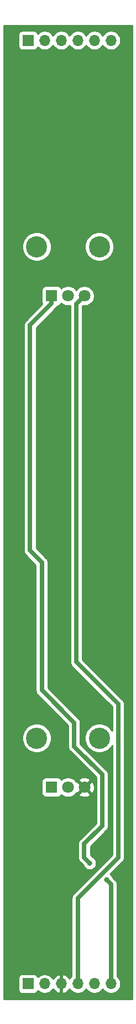
<source format=gbr>
%TF.GenerationSoftware,KiCad,Pcbnew,(5.1.6)-1*%
%TF.CreationDate,2020-06-22T20:02:40-05:00*%
%TF.ProjectId,NOISE_x_S_and_H,4e4f4953-455f-4785-9f53-5f616e645f48,rev?*%
%TF.SameCoordinates,Original*%
%TF.FileFunction,Copper,L2,Bot*%
%TF.FilePolarity,Positive*%
%FSLAX46Y46*%
G04 Gerber Fmt 4.6, Leading zero omitted, Abs format (unit mm)*
G04 Created by KiCad (PCBNEW (5.1.6)-1) date 2020-06-22 20:02:40*
%MOMM*%
%LPD*%
G01*
G04 APERTURE LIST*
%TA.AperFunction,ComponentPad*%
%ADD10R,1.800000X1.800000*%
%TD*%
%TA.AperFunction,ComponentPad*%
%ADD11C,1.800000*%
%TD*%
%TA.AperFunction,ComponentPad*%
%ADD12C,3.240000*%
%TD*%
%TA.AperFunction,ComponentPad*%
%ADD13O,1.700000X1.700000*%
%TD*%
%TA.AperFunction,ComponentPad*%
%ADD14R,1.700000X1.700000*%
%TD*%
%TA.AperFunction,ViaPad*%
%ADD15C,0.800000*%
%TD*%
%TA.AperFunction,Conductor*%
%ADD16C,0.635000*%
%TD*%
%TA.AperFunction,Conductor*%
%ADD17C,0.254000*%
%TD*%
G04 APERTURE END LIST*
D10*
%TO.P,RV3,1*%
%TO.N,Net-(J8-PadT)*%
X156550000Y-137400000D03*
D11*
%TO.P,RV3,2*%
%TO.N,Net-(R27-Pad1)*%
X159050000Y-137400000D03*
%TO.P,RV3,3*%
%TO.N,GND*%
X161550000Y-137400000D03*
D12*
%TO.P,RV3,*%
%TO.N,*%
X163850000Y-129900000D03*
X154250000Y-129900000D03*
%TD*%
%TO.P,RV2,*%
%TO.N,*%
X154250000Y-54900000D03*
X163850000Y-54900000D03*
D11*
%TO.P,RV2,3*%
%TO.N,Net-(R23-Pad1)*%
X161550000Y-62400000D03*
%TO.P,RV2,2*%
%TO.N,Net-(R24-Pad1)*%
X159050000Y-62400000D03*
D10*
%TO.P,RV2,1*%
%TO.N,Net-(D2-Pad1)*%
X156550000Y-62400000D03*
%TD*%
D13*
%TO.P,REF\u002A\u002A,6*%
%TO.N,N/C*%
X165630000Y-23400000D03*
%TO.P,REF\u002A\u002A,5*%
X163090000Y-23400000D03*
%TO.P,REF\u002A\u002A,4*%
X160550000Y-23400000D03*
%TO.P,REF\u002A\u002A,3*%
X158010000Y-23400000D03*
%TO.P,REF\u002A\u002A,2*%
X155470000Y-23400000D03*
D14*
%TO.P,REF\u002A\u002A,1*%
X152930000Y-23400000D03*
%TD*%
D13*
%TO.P,REF\u002A\u002A,6*%
%TO.N,Net-(D2-Pad1)*%
X165630000Y-167400000D03*
%TO.P,REF\u002A\u002A,5*%
%TO.N,Net-(R24-Pad1)*%
X163090000Y-167400000D03*
%TO.P,REF\u002A\u002A,4*%
%TO.N,Net-(R23-Pad1)*%
X160550000Y-167400000D03*
%TO.P,REF\u002A\u002A,3*%
%TO.N,GND*%
X158010000Y-167400000D03*
%TO.P,REF\u002A\u002A,2*%
%TO.N,Net-(R27-Pad1)*%
X155470000Y-167400000D03*
D14*
%TO.P,REF\u002A\u002A,1*%
%TO.N,Net-(J8-PadT)*%
X152930000Y-167400000D03*
%TD*%
D15*
%TO.N,Net-(D2-Pad1)*%
X164960000Y-151560000D03*
X162370000Y-148970000D03*
%TD*%
D16*
%TO.N,Net-(D2-Pad1)*%
X165630000Y-152230000D02*
X165630000Y-167400000D01*
X164960000Y-151560000D02*
X165630000Y-152230000D01*
X153230000Y-101270000D02*
X155050000Y-103090000D01*
X161540000Y-148140000D02*
X162370000Y-148970000D01*
X160000000Y-131190000D02*
X164290000Y-135480000D01*
X164290000Y-143290000D02*
X161540000Y-146040000D01*
X156550000Y-63550000D02*
X153230000Y-66870000D01*
X160000000Y-127560000D02*
X160000000Y-131190000D01*
X153230000Y-66870000D02*
X153230000Y-101270000D01*
X164290000Y-135480000D02*
X164290000Y-143290000D01*
X155050000Y-103090000D02*
X155050000Y-122610000D01*
X161540000Y-146040000D02*
X161540000Y-148140000D01*
X156550000Y-62400000D02*
X156550000Y-63550000D01*
X155050000Y-122610000D02*
X160000000Y-127560000D01*
%TO.N,Net-(R23-Pad1)*%
X160550000Y-154310000D02*
X160550000Y-167400000D01*
X166740000Y-124690000D02*
X166740000Y-148120000D01*
X160324999Y-118274999D02*
X166740000Y-124690000D01*
X161550000Y-62400000D02*
X160324999Y-63625001D01*
X160324999Y-63625001D02*
X160324999Y-118274999D01*
X166740000Y-148120000D02*
X160550000Y-154310000D01*
%TD*%
D17*
%TO.N,GND*%
G36*
X168840001Y-169690000D02*
G01*
X149260000Y-169690000D01*
X149260000Y-166550000D01*
X151441928Y-166550000D01*
X151441928Y-168250000D01*
X151454188Y-168374482D01*
X151490498Y-168494180D01*
X151549463Y-168604494D01*
X151628815Y-168701185D01*
X151725506Y-168780537D01*
X151835820Y-168839502D01*
X151955518Y-168875812D01*
X152080000Y-168888072D01*
X153780000Y-168888072D01*
X153904482Y-168875812D01*
X154024180Y-168839502D01*
X154134494Y-168780537D01*
X154231185Y-168701185D01*
X154310537Y-168604494D01*
X154369502Y-168494180D01*
X154391513Y-168421620D01*
X154523368Y-168553475D01*
X154766589Y-168715990D01*
X155036842Y-168827932D01*
X155323740Y-168885000D01*
X155616260Y-168885000D01*
X155903158Y-168827932D01*
X156173411Y-168715990D01*
X156416632Y-168553475D01*
X156623475Y-168346632D01*
X156745195Y-168164466D01*
X156814822Y-168281355D01*
X157009731Y-168497588D01*
X157243080Y-168671641D01*
X157505901Y-168796825D01*
X157653110Y-168841476D01*
X157883000Y-168720155D01*
X157883000Y-167527000D01*
X157863000Y-167527000D01*
X157863000Y-167273000D01*
X157883000Y-167273000D01*
X157883000Y-166079845D01*
X157653110Y-165958524D01*
X157505901Y-166003175D01*
X157243080Y-166128359D01*
X157009731Y-166302412D01*
X156814822Y-166518645D01*
X156745195Y-166635534D01*
X156623475Y-166453368D01*
X156416632Y-166246525D01*
X156173411Y-166084010D01*
X155903158Y-165972068D01*
X155616260Y-165915000D01*
X155323740Y-165915000D01*
X155036842Y-165972068D01*
X154766589Y-166084010D01*
X154523368Y-166246525D01*
X154391513Y-166378380D01*
X154369502Y-166305820D01*
X154310537Y-166195506D01*
X154231185Y-166098815D01*
X154134494Y-166019463D01*
X154024180Y-165960498D01*
X153904482Y-165924188D01*
X153780000Y-165911928D01*
X152080000Y-165911928D01*
X151955518Y-165924188D01*
X151835820Y-165960498D01*
X151725506Y-166019463D01*
X151628815Y-166098815D01*
X151549463Y-166195506D01*
X151490498Y-166305820D01*
X151454188Y-166425518D01*
X151441928Y-166550000D01*
X149260000Y-166550000D01*
X149260000Y-136500000D01*
X155011928Y-136500000D01*
X155011928Y-138300000D01*
X155024188Y-138424482D01*
X155060498Y-138544180D01*
X155119463Y-138654494D01*
X155198815Y-138751185D01*
X155295506Y-138830537D01*
X155405820Y-138889502D01*
X155525518Y-138925812D01*
X155650000Y-138938072D01*
X157450000Y-138938072D01*
X157574482Y-138925812D01*
X157694180Y-138889502D01*
X157804494Y-138830537D01*
X157901185Y-138751185D01*
X157980537Y-138654494D01*
X158033880Y-138554697D01*
X158071495Y-138592312D01*
X158322905Y-138760299D01*
X158602257Y-138876011D01*
X158898816Y-138935000D01*
X159201184Y-138935000D01*
X159497743Y-138876011D01*
X159777095Y-138760299D01*
X160028505Y-138592312D01*
X160156737Y-138464080D01*
X160665525Y-138464080D01*
X160749208Y-138718261D01*
X161021775Y-138849158D01*
X161314642Y-138924365D01*
X161616553Y-138940991D01*
X161915907Y-138898397D01*
X162201199Y-138798222D01*
X162350792Y-138718261D01*
X162434475Y-138464080D01*
X161550000Y-137579605D01*
X160665525Y-138464080D01*
X160156737Y-138464080D01*
X160242312Y-138378505D01*
X160337738Y-138235690D01*
X160485920Y-138284475D01*
X161370395Y-137400000D01*
X161729605Y-137400000D01*
X162614080Y-138284475D01*
X162868261Y-138200792D01*
X162999158Y-137928225D01*
X163074365Y-137635358D01*
X163090991Y-137333447D01*
X163048397Y-137034093D01*
X162948222Y-136748801D01*
X162868261Y-136599208D01*
X162614080Y-136515525D01*
X161729605Y-137400000D01*
X161370395Y-137400000D01*
X160485920Y-136515525D01*
X160337738Y-136564310D01*
X160242312Y-136421495D01*
X160156737Y-136335920D01*
X160665525Y-136335920D01*
X161550000Y-137220395D01*
X162434475Y-136335920D01*
X162350792Y-136081739D01*
X162078225Y-135950842D01*
X161785358Y-135875635D01*
X161483447Y-135859009D01*
X161184093Y-135901603D01*
X160898801Y-136001778D01*
X160749208Y-136081739D01*
X160665525Y-136335920D01*
X160156737Y-136335920D01*
X160028505Y-136207688D01*
X159777095Y-136039701D01*
X159497743Y-135923989D01*
X159201184Y-135865000D01*
X158898816Y-135865000D01*
X158602257Y-135923989D01*
X158322905Y-136039701D01*
X158071495Y-136207688D01*
X158033880Y-136245303D01*
X157980537Y-136145506D01*
X157901185Y-136048815D01*
X157804494Y-135969463D01*
X157694180Y-135910498D01*
X157574482Y-135874188D01*
X157450000Y-135861928D01*
X155650000Y-135861928D01*
X155525518Y-135874188D01*
X155405820Y-135910498D01*
X155295506Y-135969463D01*
X155198815Y-136048815D01*
X155119463Y-136145506D01*
X155060498Y-136255820D01*
X155024188Y-136375518D01*
X155011928Y-136500000D01*
X149260000Y-136500000D01*
X149260000Y-129677902D01*
X151995000Y-129677902D01*
X151995000Y-130122098D01*
X152081658Y-130557759D01*
X152251645Y-130968143D01*
X152498427Y-131337479D01*
X152812521Y-131651573D01*
X153181857Y-131898355D01*
X153592241Y-132068342D01*
X154027902Y-132155000D01*
X154472098Y-132155000D01*
X154907759Y-132068342D01*
X155318143Y-131898355D01*
X155687479Y-131651573D01*
X156001573Y-131337479D01*
X156248355Y-130968143D01*
X156418342Y-130557759D01*
X156505000Y-130122098D01*
X156505000Y-129677902D01*
X156418342Y-129242241D01*
X156248355Y-128831857D01*
X156001573Y-128462521D01*
X155687479Y-128148427D01*
X155318143Y-127901645D01*
X154907759Y-127731658D01*
X154472098Y-127645000D01*
X154027902Y-127645000D01*
X153592241Y-127731658D01*
X153181857Y-127901645D01*
X152812521Y-128148427D01*
X152498427Y-128462521D01*
X152251645Y-128831857D01*
X152081658Y-129242241D01*
X151995000Y-129677902D01*
X149260000Y-129677902D01*
X149260000Y-66870000D01*
X152272892Y-66870000D01*
X152277500Y-66916785D01*
X152277501Y-101223205D01*
X152272892Y-101270000D01*
X152291283Y-101456722D01*
X152345749Y-101636269D01*
X152434195Y-101801741D01*
X152553223Y-101946778D01*
X152589565Y-101976603D01*
X154097500Y-103484538D01*
X154097501Y-122563205D01*
X154092892Y-122610000D01*
X154111283Y-122796722D01*
X154165749Y-122976269D01*
X154254195Y-123141741D01*
X154373223Y-123286778D01*
X154409564Y-123316602D01*
X159047500Y-127954539D01*
X159047501Y-131143206D01*
X159042892Y-131190000D01*
X159061283Y-131376722D01*
X159115749Y-131556269D01*
X159166690Y-131651573D01*
X159204195Y-131721741D01*
X159323223Y-131866778D01*
X159359564Y-131896602D01*
X163337500Y-135874539D01*
X163337501Y-142895461D01*
X160899569Y-145333393D01*
X160863222Y-145363222D01*
X160744194Y-145508259D01*
X160655748Y-145673732D01*
X160601283Y-145853277D01*
X160601283Y-145853278D01*
X160582892Y-146040000D01*
X160587500Y-146086785D01*
X160587501Y-148093206D01*
X160582892Y-148140000D01*
X160601283Y-148326722D01*
X160655749Y-148506269D01*
X160742250Y-148668102D01*
X160744195Y-148671741D01*
X160863223Y-148816778D01*
X160899564Y-148846602D01*
X161410069Y-149357108D01*
X161452795Y-149460256D01*
X161566063Y-149629774D01*
X161710226Y-149773937D01*
X161879744Y-149887205D01*
X162068102Y-149965226D01*
X162268061Y-150005000D01*
X162471939Y-150005000D01*
X162671898Y-149965226D01*
X162860256Y-149887205D01*
X163029774Y-149773937D01*
X163173937Y-149629774D01*
X163287205Y-149460256D01*
X163365226Y-149271898D01*
X163405000Y-149071939D01*
X163405000Y-148868061D01*
X163365226Y-148668102D01*
X163287205Y-148479744D01*
X163173937Y-148310226D01*
X163029774Y-148166063D01*
X162860256Y-148052795D01*
X162757108Y-148010069D01*
X162492500Y-147745462D01*
X162492500Y-146434538D01*
X164930431Y-143996607D01*
X164966778Y-143966778D01*
X165085806Y-143821741D01*
X165174252Y-143656269D01*
X165228717Y-143476723D01*
X165242500Y-143336785D01*
X165247108Y-143290001D01*
X165242500Y-143243216D01*
X165242500Y-135526784D01*
X165247108Y-135479999D01*
X165228717Y-135293277D01*
X165174252Y-135113732D01*
X165174252Y-135113731D01*
X165085806Y-134948259D01*
X164966778Y-134803222D01*
X164930436Y-134773397D01*
X160952500Y-130795462D01*
X160952500Y-127606784D01*
X160957108Y-127559999D01*
X160938717Y-127373277D01*
X160884252Y-127193732D01*
X160884252Y-127193731D01*
X160795806Y-127028259D01*
X160676778Y-126883222D01*
X160640436Y-126853397D01*
X156002500Y-122215462D01*
X156002500Y-103136785D01*
X156007108Y-103090000D01*
X155988717Y-102903278D01*
X155934252Y-102723730D01*
X155890029Y-102640995D01*
X155845806Y-102558259D01*
X155726778Y-102413222D01*
X155690431Y-102383393D01*
X154182500Y-100875462D01*
X154182500Y-67264538D01*
X157190436Y-64256603D01*
X157226778Y-64226778D01*
X157345806Y-64081741D01*
X157422598Y-63938072D01*
X157450000Y-63938072D01*
X157574482Y-63925812D01*
X157694180Y-63889502D01*
X157804494Y-63830537D01*
X157901185Y-63751185D01*
X157980537Y-63654494D01*
X158033880Y-63554697D01*
X158071495Y-63592312D01*
X158322905Y-63760299D01*
X158602257Y-63876011D01*
X158898816Y-63935000D01*
X159201184Y-63935000D01*
X159372499Y-63900923D01*
X159372500Y-118228204D01*
X159367891Y-118274999D01*
X159386282Y-118461721D01*
X159440748Y-118641268D01*
X159529194Y-118806740D01*
X159648222Y-118951777D01*
X159684564Y-118981602D01*
X165787500Y-125084538D01*
X165787500Y-128740781D01*
X165601573Y-128462521D01*
X165287479Y-128148427D01*
X164918143Y-127901645D01*
X164507759Y-127731658D01*
X164072098Y-127645000D01*
X163627902Y-127645000D01*
X163192241Y-127731658D01*
X162781857Y-127901645D01*
X162412521Y-128148427D01*
X162098427Y-128462521D01*
X161851645Y-128831857D01*
X161681658Y-129242241D01*
X161595000Y-129677902D01*
X161595000Y-130122098D01*
X161681658Y-130557759D01*
X161851645Y-130968143D01*
X162098427Y-131337479D01*
X162412521Y-131651573D01*
X162781857Y-131898355D01*
X163192241Y-132068342D01*
X163627902Y-132155000D01*
X164072098Y-132155000D01*
X164507759Y-132068342D01*
X164918143Y-131898355D01*
X165287479Y-131651573D01*
X165601573Y-131337479D01*
X165787500Y-131059219D01*
X165787501Y-147725460D01*
X159909569Y-153603393D01*
X159873222Y-153633222D01*
X159754194Y-153778259D01*
X159665748Y-153943732D01*
X159611283Y-154123277D01*
X159611283Y-154123278D01*
X159592892Y-154310000D01*
X159597500Y-154356785D01*
X159597501Y-166252392D01*
X159396525Y-166453368D01*
X159274805Y-166635534D01*
X159205178Y-166518645D01*
X159010269Y-166302412D01*
X158776920Y-166128359D01*
X158514099Y-166003175D01*
X158366890Y-165958524D01*
X158137000Y-166079845D01*
X158137000Y-167273000D01*
X158157000Y-167273000D01*
X158157000Y-167527000D01*
X158137000Y-167527000D01*
X158137000Y-168720155D01*
X158366890Y-168841476D01*
X158514099Y-168796825D01*
X158776920Y-168671641D01*
X159010269Y-168497588D01*
X159205178Y-168281355D01*
X159274805Y-168164466D01*
X159396525Y-168346632D01*
X159603368Y-168553475D01*
X159846589Y-168715990D01*
X160116842Y-168827932D01*
X160403740Y-168885000D01*
X160696260Y-168885000D01*
X160983158Y-168827932D01*
X161253411Y-168715990D01*
X161496632Y-168553475D01*
X161703475Y-168346632D01*
X161820000Y-168172240D01*
X161936525Y-168346632D01*
X162143368Y-168553475D01*
X162386589Y-168715990D01*
X162656842Y-168827932D01*
X162943740Y-168885000D01*
X163236260Y-168885000D01*
X163523158Y-168827932D01*
X163793411Y-168715990D01*
X164036632Y-168553475D01*
X164243475Y-168346632D01*
X164360000Y-168172240D01*
X164476525Y-168346632D01*
X164683368Y-168553475D01*
X164926589Y-168715990D01*
X165196842Y-168827932D01*
X165483740Y-168885000D01*
X165776260Y-168885000D01*
X166063158Y-168827932D01*
X166333411Y-168715990D01*
X166576632Y-168553475D01*
X166783475Y-168346632D01*
X166945990Y-168103411D01*
X167057932Y-167833158D01*
X167115000Y-167546260D01*
X167115000Y-167253740D01*
X167057932Y-166966842D01*
X166945990Y-166696589D01*
X166783475Y-166453368D01*
X166582500Y-166252393D01*
X166582500Y-152276784D01*
X166587108Y-152229999D01*
X166568717Y-152043277D01*
X166514252Y-151863731D01*
X166425806Y-151698259D01*
X166306778Y-151553222D01*
X166270436Y-151523397D01*
X165919931Y-151172892D01*
X165877205Y-151069744D01*
X165763937Y-150900226D01*
X165619774Y-150756063D01*
X165518587Y-150688452D01*
X167380436Y-148826603D01*
X167416778Y-148796778D01*
X167535806Y-148651741D01*
X167624252Y-148486269D01*
X167678717Y-148306723D01*
X167692500Y-148166785D01*
X167697108Y-148120000D01*
X167692500Y-148073215D01*
X167692500Y-124736784D01*
X167697108Y-124689999D01*
X167678717Y-124503277D01*
X167624252Y-124323732D01*
X167624252Y-124323731D01*
X167535806Y-124158259D01*
X167416778Y-124013222D01*
X167380431Y-123983393D01*
X161277499Y-117880461D01*
X161277499Y-64019539D01*
X161368140Y-63928898D01*
X161398816Y-63935000D01*
X161701184Y-63935000D01*
X161997743Y-63876011D01*
X162277095Y-63760299D01*
X162528505Y-63592312D01*
X162742312Y-63378505D01*
X162910299Y-63127095D01*
X163026011Y-62847743D01*
X163085000Y-62551184D01*
X163085000Y-62248816D01*
X163026011Y-61952257D01*
X162910299Y-61672905D01*
X162742312Y-61421495D01*
X162528505Y-61207688D01*
X162277095Y-61039701D01*
X161997743Y-60923989D01*
X161701184Y-60865000D01*
X161398816Y-60865000D01*
X161102257Y-60923989D01*
X160822905Y-61039701D01*
X160571495Y-61207688D01*
X160357688Y-61421495D01*
X160300000Y-61507831D01*
X160242312Y-61421495D01*
X160028505Y-61207688D01*
X159777095Y-61039701D01*
X159497743Y-60923989D01*
X159201184Y-60865000D01*
X158898816Y-60865000D01*
X158602257Y-60923989D01*
X158322905Y-61039701D01*
X158071495Y-61207688D01*
X158033880Y-61245303D01*
X157980537Y-61145506D01*
X157901185Y-61048815D01*
X157804494Y-60969463D01*
X157694180Y-60910498D01*
X157574482Y-60874188D01*
X157450000Y-60861928D01*
X155650000Y-60861928D01*
X155525518Y-60874188D01*
X155405820Y-60910498D01*
X155295506Y-60969463D01*
X155198815Y-61048815D01*
X155119463Y-61145506D01*
X155060498Y-61255820D01*
X155024188Y-61375518D01*
X155011928Y-61500000D01*
X155011928Y-63300000D01*
X155024188Y-63424482D01*
X155060498Y-63544180D01*
X155112150Y-63640812D01*
X152589569Y-66163393D01*
X152553222Y-66193222D01*
X152434194Y-66338259D01*
X152345748Y-66503732D01*
X152291283Y-66683277D01*
X152291283Y-66683278D01*
X152272892Y-66870000D01*
X149260000Y-66870000D01*
X149260000Y-54677902D01*
X151995000Y-54677902D01*
X151995000Y-55122098D01*
X152081658Y-55557759D01*
X152251645Y-55968143D01*
X152498427Y-56337479D01*
X152812521Y-56651573D01*
X153181857Y-56898355D01*
X153592241Y-57068342D01*
X154027902Y-57155000D01*
X154472098Y-57155000D01*
X154907759Y-57068342D01*
X155318143Y-56898355D01*
X155687479Y-56651573D01*
X156001573Y-56337479D01*
X156248355Y-55968143D01*
X156418342Y-55557759D01*
X156505000Y-55122098D01*
X156505000Y-54677902D01*
X161595000Y-54677902D01*
X161595000Y-55122098D01*
X161681658Y-55557759D01*
X161851645Y-55968143D01*
X162098427Y-56337479D01*
X162412521Y-56651573D01*
X162781857Y-56898355D01*
X163192241Y-57068342D01*
X163627902Y-57155000D01*
X164072098Y-57155000D01*
X164507759Y-57068342D01*
X164918143Y-56898355D01*
X165287479Y-56651573D01*
X165601573Y-56337479D01*
X165848355Y-55968143D01*
X166018342Y-55557759D01*
X166105000Y-55122098D01*
X166105000Y-54677902D01*
X166018342Y-54242241D01*
X165848355Y-53831857D01*
X165601573Y-53462521D01*
X165287479Y-53148427D01*
X164918143Y-52901645D01*
X164507759Y-52731658D01*
X164072098Y-52645000D01*
X163627902Y-52645000D01*
X163192241Y-52731658D01*
X162781857Y-52901645D01*
X162412521Y-53148427D01*
X162098427Y-53462521D01*
X161851645Y-53831857D01*
X161681658Y-54242241D01*
X161595000Y-54677902D01*
X156505000Y-54677902D01*
X156418342Y-54242241D01*
X156248355Y-53831857D01*
X156001573Y-53462521D01*
X155687479Y-53148427D01*
X155318143Y-52901645D01*
X154907759Y-52731658D01*
X154472098Y-52645000D01*
X154027902Y-52645000D01*
X153592241Y-52731658D01*
X153181857Y-52901645D01*
X152812521Y-53148427D01*
X152498427Y-53462521D01*
X152251645Y-53831857D01*
X152081658Y-54242241D01*
X151995000Y-54677902D01*
X149260000Y-54677902D01*
X149260000Y-22550000D01*
X151441928Y-22550000D01*
X151441928Y-24250000D01*
X151454188Y-24374482D01*
X151490498Y-24494180D01*
X151549463Y-24604494D01*
X151628815Y-24701185D01*
X151725506Y-24780537D01*
X151835820Y-24839502D01*
X151955518Y-24875812D01*
X152080000Y-24888072D01*
X153780000Y-24888072D01*
X153904482Y-24875812D01*
X154024180Y-24839502D01*
X154134494Y-24780537D01*
X154231185Y-24701185D01*
X154310537Y-24604494D01*
X154369502Y-24494180D01*
X154391513Y-24421620D01*
X154523368Y-24553475D01*
X154766589Y-24715990D01*
X155036842Y-24827932D01*
X155323740Y-24885000D01*
X155616260Y-24885000D01*
X155903158Y-24827932D01*
X156173411Y-24715990D01*
X156416632Y-24553475D01*
X156623475Y-24346632D01*
X156740000Y-24172240D01*
X156856525Y-24346632D01*
X157063368Y-24553475D01*
X157306589Y-24715990D01*
X157576842Y-24827932D01*
X157863740Y-24885000D01*
X158156260Y-24885000D01*
X158443158Y-24827932D01*
X158713411Y-24715990D01*
X158956632Y-24553475D01*
X159163475Y-24346632D01*
X159280000Y-24172240D01*
X159396525Y-24346632D01*
X159603368Y-24553475D01*
X159846589Y-24715990D01*
X160116842Y-24827932D01*
X160403740Y-24885000D01*
X160696260Y-24885000D01*
X160983158Y-24827932D01*
X161253411Y-24715990D01*
X161496632Y-24553475D01*
X161703475Y-24346632D01*
X161820000Y-24172240D01*
X161936525Y-24346632D01*
X162143368Y-24553475D01*
X162386589Y-24715990D01*
X162656842Y-24827932D01*
X162943740Y-24885000D01*
X163236260Y-24885000D01*
X163523158Y-24827932D01*
X163793411Y-24715990D01*
X164036632Y-24553475D01*
X164243475Y-24346632D01*
X164360000Y-24172240D01*
X164476525Y-24346632D01*
X164683368Y-24553475D01*
X164926589Y-24715990D01*
X165196842Y-24827932D01*
X165483740Y-24885000D01*
X165776260Y-24885000D01*
X166063158Y-24827932D01*
X166333411Y-24715990D01*
X166576632Y-24553475D01*
X166783475Y-24346632D01*
X166945990Y-24103411D01*
X167057932Y-23833158D01*
X167115000Y-23546260D01*
X167115000Y-23253740D01*
X167057932Y-22966842D01*
X166945990Y-22696589D01*
X166783475Y-22453368D01*
X166576632Y-22246525D01*
X166333411Y-22084010D01*
X166063158Y-21972068D01*
X165776260Y-21915000D01*
X165483740Y-21915000D01*
X165196842Y-21972068D01*
X164926589Y-22084010D01*
X164683368Y-22246525D01*
X164476525Y-22453368D01*
X164360000Y-22627760D01*
X164243475Y-22453368D01*
X164036632Y-22246525D01*
X163793411Y-22084010D01*
X163523158Y-21972068D01*
X163236260Y-21915000D01*
X162943740Y-21915000D01*
X162656842Y-21972068D01*
X162386589Y-22084010D01*
X162143368Y-22246525D01*
X161936525Y-22453368D01*
X161820000Y-22627760D01*
X161703475Y-22453368D01*
X161496632Y-22246525D01*
X161253411Y-22084010D01*
X160983158Y-21972068D01*
X160696260Y-21915000D01*
X160403740Y-21915000D01*
X160116842Y-21972068D01*
X159846589Y-22084010D01*
X159603368Y-22246525D01*
X159396525Y-22453368D01*
X159280000Y-22627760D01*
X159163475Y-22453368D01*
X158956632Y-22246525D01*
X158713411Y-22084010D01*
X158443158Y-21972068D01*
X158156260Y-21915000D01*
X157863740Y-21915000D01*
X157576842Y-21972068D01*
X157306589Y-22084010D01*
X157063368Y-22246525D01*
X156856525Y-22453368D01*
X156740000Y-22627760D01*
X156623475Y-22453368D01*
X156416632Y-22246525D01*
X156173411Y-22084010D01*
X155903158Y-21972068D01*
X155616260Y-21915000D01*
X155323740Y-21915000D01*
X155036842Y-21972068D01*
X154766589Y-22084010D01*
X154523368Y-22246525D01*
X154391513Y-22378380D01*
X154369502Y-22305820D01*
X154310537Y-22195506D01*
X154231185Y-22098815D01*
X154134494Y-22019463D01*
X154024180Y-21960498D01*
X153904482Y-21924188D01*
X153780000Y-21911928D01*
X152080000Y-21911928D01*
X151955518Y-21924188D01*
X151835820Y-21960498D01*
X151725506Y-22019463D01*
X151628815Y-22098815D01*
X151549463Y-22195506D01*
X151490498Y-22305820D01*
X151454188Y-22425518D01*
X151441928Y-22550000D01*
X149260000Y-22550000D01*
X149260000Y-21110000D01*
X168840000Y-21110000D01*
X168840001Y-169690000D01*
G37*
X168840001Y-169690000D02*
X149260000Y-169690000D01*
X149260000Y-166550000D01*
X151441928Y-166550000D01*
X151441928Y-168250000D01*
X151454188Y-168374482D01*
X151490498Y-168494180D01*
X151549463Y-168604494D01*
X151628815Y-168701185D01*
X151725506Y-168780537D01*
X151835820Y-168839502D01*
X151955518Y-168875812D01*
X152080000Y-168888072D01*
X153780000Y-168888072D01*
X153904482Y-168875812D01*
X154024180Y-168839502D01*
X154134494Y-168780537D01*
X154231185Y-168701185D01*
X154310537Y-168604494D01*
X154369502Y-168494180D01*
X154391513Y-168421620D01*
X154523368Y-168553475D01*
X154766589Y-168715990D01*
X155036842Y-168827932D01*
X155323740Y-168885000D01*
X155616260Y-168885000D01*
X155903158Y-168827932D01*
X156173411Y-168715990D01*
X156416632Y-168553475D01*
X156623475Y-168346632D01*
X156745195Y-168164466D01*
X156814822Y-168281355D01*
X157009731Y-168497588D01*
X157243080Y-168671641D01*
X157505901Y-168796825D01*
X157653110Y-168841476D01*
X157883000Y-168720155D01*
X157883000Y-167527000D01*
X157863000Y-167527000D01*
X157863000Y-167273000D01*
X157883000Y-167273000D01*
X157883000Y-166079845D01*
X157653110Y-165958524D01*
X157505901Y-166003175D01*
X157243080Y-166128359D01*
X157009731Y-166302412D01*
X156814822Y-166518645D01*
X156745195Y-166635534D01*
X156623475Y-166453368D01*
X156416632Y-166246525D01*
X156173411Y-166084010D01*
X155903158Y-165972068D01*
X155616260Y-165915000D01*
X155323740Y-165915000D01*
X155036842Y-165972068D01*
X154766589Y-166084010D01*
X154523368Y-166246525D01*
X154391513Y-166378380D01*
X154369502Y-166305820D01*
X154310537Y-166195506D01*
X154231185Y-166098815D01*
X154134494Y-166019463D01*
X154024180Y-165960498D01*
X153904482Y-165924188D01*
X153780000Y-165911928D01*
X152080000Y-165911928D01*
X151955518Y-165924188D01*
X151835820Y-165960498D01*
X151725506Y-166019463D01*
X151628815Y-166098815D01*
X151549463Y-166195506D01*
X151490498Y-166305820D01*
X151454188Y-166425518D01*
X151441928Y-166550000D01*
X149260000Y-166550000D01*
X149260000Y-136500000D01*
X155011928Y-136500000D01*
X155011928Y-138300000D01*
X155024188Y-138424482D01*
X155060498Y-138544180D01*
X155119463Y-138654494D01*
X155198815Y-138751185D01*
X155295506Y-138830537D01*
X155405820Y-138889502D01*
X155525518Y-138925812D01*
X155650000Y-138938072D01*
X157450000Y-138938072D01*
X157574482Y-138925812D01*
X157694180Y-138889502D01*
X157804494Y-138830537D01*
X157901185Y-138751185D01*
X157980537Y-138654494D01*
X158033880Y-138554697D01*
X158071495Y-138592312D01*
X158322905Y-138760299D01*
X158602257Y-138876011D01*
X158898816Y-138935000D01*
X159201184Y-138935000D01*
X159497743Y-138876011D01*
X159777095Y-138760299D01*
X160028505Y-138592312D01*
X160156737Y-138464080D01*
X160665525Y-138464080D01*
X160749208Y-138718261D01*
X161021775Y-138849158D01*
X161314642Y-138924365D01*
X161616553Y-138940991D01*
X161915907Y-138898397D01*
X162201199Y-138798222D01*
X162350792Y-138718261D01*
X162434475Y-138464080D01*
X161550000Y-137579605D01*
X160665525Y-138464080D01*
X160156737Y-138464080D01*
X160242312Y-138378505D01*
X160337738Y-138235690D01*
X160485920Y-138284475D01*
X161370395Y-137400000D01*
X161729605Y-137400000D01*
X162614080Y-138284475D01*
X162868261Y-138200792D01*
X162999158Y-137928225D01*
X163074365Y-137635358D01*
X163090991Y-137333447D01*
X163048397Y-137034093D01*
X162948222Y-136748801D01*
X162868261Y-136599208D01*
X162614080Y-136515525D01*
X161729605Y-137400000D01*
X161370395Y-137400000D01*
X160485920Y-136515525D01*
X160337738Y-136564310D01*
X160242312Y-136421495D01*
X160156737Y-136335920D01*
X160665525Y-136335920D01*
X161550000Y-137220395D01*
X162434475Y-136335920D01*
X162350792Y-136081739D01*
X162078225Y-135950842D01*
X161785358Y-135875635D01*
X161483447Y-135859009D01*
X161184093Y-135901603D01*
X160898801Y-136001778D01*
X160749208Y-136081739D01*
X160665525Y-136335920D01*
X160156737Y-136335920D01*
X160028505Y-136207688D01*
X159777095Y-136039701D01*
X159497743Y-135923989D01*
X159201184Y-135865000D01*
X158898816Y-135865000D01*
X158602257Y-135923989D01*
X158322905Y-136039701D01*
X158071495Y-136207688D01*
X158033880Y-136245303D01*
X157980537Y-136145506D01*
X157901185Y-136048815D01*
X157804494Y-135969463D01*
X157694180Y-135910498D01*
X157574482Y-135874188D01*
X157450000Y-135861928D01*
X155650000Y-135861928D01*
X155525518Y-135874188D01*
X155405820Y-135910498D01*
X155295506Y-135969463D01*
X155198815Y-136048815D01*
X155119463Y-136145506D01*
X155060498Y-136255820D01*
X155024188Y-136375518D01*
X155011928Y-136500000D01*
X149260000Y-136500000D01*
X149260000Y-129677902D01*
X151995000Y-129677902D01*
X151995000Y-130122098D01*
X152081658Y-130557759D01*
X152251645Y-130968143D01*
X152498427Y-131337479D01*
X152812521Y-131651573D01*
X153181857Y-131898355D01*
X153592241Y-132068342D01*
X154027902Y-132155000D01*
X154472098Y-132155000D01*
X154907759Y-132068342D01*
X155318143Y-131898355D01*
X155687479Y-131651573D01*
X156001573Y-131337479D01*
X156248355Y-130968143D01*
X156418342Y-130557759D01*
X156505000Y-130122098D01*
X156505000Y-129677902D01*
X156418342Y-129242241D01*
X156248355Y-128831857D01*
X156001573Y-128462521D01*
X155687479Y-128148427D01*
X155318143Y-127901645D01*
X154907759Y-127731658D01*
X154472098Y-127645000D01*
X154027902Y-127645000D01*
X153592241Y-127731658D01*
X153181857Y-127901645D01*
X152812521Y-128148427D01*
X152498427Y-128462521D01*
X152251645Y-128831857D01*
X152081658Y-129242241D01*
X151995000Y-129677902D01*
X149260000Y-129677902D01*
X149260000Y-66870000D01*
X152272892Y-66870000D01*
X152277500Y-66916785D01*
X152277501Y-101223205D01*
X152272892Y-101270000D01*
X152291283Y-101456722D01*
X152345749Y-101636269D01*
X152434195Y-101801741D01*
X152553223Y-101946778D01*
X152589565Y-101976603D01*
X154097500Y-103484538D01*
X154097501Y-122563205D01*
X154092892Y-122610000D01*
X154111283Y-122796722D01*
X154165749Y-122976269D01*
X154254195Y-123141741D01*
X154373223Y-123286778D01*
X154409564Y-123316602D01*
X159047500Y-127954539D01*
X159047501Y-131143206D01*
X159042892Y-131190000D01*
X159061283Y-131376722D01*
X159115749Y-131556269D01*
X159166690Y-131651573D01*
X159204195Y-131721741D01*
X159323223Y-131866778D01*
X159359564Y-131896602D01*
X163337500Y-135874539D01*
X163337501Y-142895461D01*
X160899569Y-145333393D01*
X160863222Y-145363222D01*
X160744194Y-145508259D01*
X160655748Y-145673732D01*
X160601283Y-145853277D01*
X160601283Y-145853278D01*
X160582892Y-146040000D01*
X160587500Y-146086785D01*
X160587501Y-148093206D01*
X160582892Y-148140000D01*
X160601283Y-148326722D01*
X160655749Y-148506269D01*
X160742250Y-148668102D01*
X160744195Y-148671741D01*
X160863223Y-148816778D01*
X160899564Y-148846602D01*
X161410069Y-149357108D01*
X161452795Y-149460256D01*
X161566063Y-149629774D01*
X161710226Y-149773937D01*
X161879744Y-149887205D01*
X162068102Y-149965226D01*
X162268061Y-150005000D01*
X162471939Y-150005000D01*
X162671898Y-149965226D01*
X162860256Y-149887205D01*
X163029774Y-149773937D01*
X163173937Y-149629774D01*
X163287205Y-149460256D01*
X163365226Y-149271898D01*
X163405000Y-149071939D01*
X163405000Y-148868061D01*
X163365226Y-148668102D01*
X163287205Y-148479744D01*
X163173937Y-148310226D01*
X163029774Y-148166063D01*
X162860256Y-148052795D01*
X162757108Y-148010069D01*
X162492500Y-147745462D01*
X162492500Y-146434538D01*
X164930431Y-143996607D01*
X164966778Y-143966778D01*
X165085806Y-143821741D01*
X165174252Y-143656269D01*
X165228717Y-143476723D01*
X165242500Y-143336785D01*
X165247108Y-143290001D01*
X165242500Y-143243216D01*
X165242500Y-135526784D01*
X165247108Y-135479999D01*
X165228717Y-135293277D01*
X165174252Y-135113732D01*
X165174252Y-135113731D01*
X165085806Y-134948259D01*
X164966778Y-134803222D01*
X164930436Y-134773397D01*
X160952500Y-130795462D01*
X160952500Y-127606784D01*
X160957108Y-127559999D01*
X160938717Y-127373277D01*
X160884252Y-127193732D01*
X160884252Y-127193731D01*
X160795806Y-127028259D01*
X160676778Y-126883222D01*
X160640436Y-126853397D01*
X156002500Y-122215462D01*
X156002500Y-103136785D01*
X156007108Y-103090000D01*
X155988717Y-102903278D01*
X155934252Y-102723730D01*
X155890029Y-102640995D01*
X155845806Y-102558259D01*
X155726778Y-102413222D01*
X155690431Y-102383393D01*
X154182500Y-100875462D01*
X154182500Y-67264538D01*
X157190436Y-64256603D01*
X157226778Y-64226778D01*
X157345806Y-64081741D01*
X157422598Y-63938072D01*
X157450000Y-63938072D01*
X157574482Y-63925812D01*
X157694180Y-63889502D01*
X157804494Y-63830537D01*
X157901185Y-63751185D01*
X157980537Y-63654494D01*
X158033880Y-63554697D01*
X158071495Y-63592312D01*
X158322905Y-63760299D01*
X158602257Y-63876011D01*
X158898816Y-63935000D01*
X159201184Y-63935000D01*
X159372499Y-63900923D01*
X159372500Y-118228204D01*
X159367891Y-118274999D01*
X159386282Y-118461721D01*
X159440748Y-118641268D01*
X159529194Y-118806740D01*
X159648222Y-118951777D01*
X159684564Y-118981602D01*
X165787500Y-125084538D01*
X165787500Y-128740781D01*
X165601573Y-128462521D01*
X165287479Y-128148427D01*
X164918143Y-127901645D01*
X164507759Y-127731658D01*
X164072098Y-127645000D01*
X163627902Y-127645000D01*
X163192241Y-127731658D01*
X162781857Y-127901645D01*
X162412521Y-128148427D01*
X162098427Y-128462521D01*
X161851645Y-128831857D01*
X161681658Y-129242241D01*
X161595000Y-129677902D01*
X161595000Y-130122098D01*
X161681658Y-130557759D01*
X161851645Y-130968143D01*
X162098427Y-131337479D01*
X162412521Y-131651573D01*
X162781857Y-131898355D01*
X163192241Y-132068342D01*
X163627902Y-132155000D01*
X164072098Y-132155000D01*
X164507759Y-132068342D01*
X164918143Y-131898355D01*
X165287479Y-131651573D01*
X165601573Y-131337479D01*
X165787500Y-131059219D01*
X165787501Y-147725460D01*
X159909569Y-153603393D01*
X159873222Y-153633222D01*
X159754194Y-153778259D01*
X159665748Y-153943732D01*
X159611283Y-154123277D01*
X159611283Y-154123278D01*
X159592892Y-154310000D01*
X159597500Y-154356785D01*
X159597501Y-166252392D01*
X159396525Y-166453368D01*
X159274805Y-166635534D01*
X159205178Y-166518645D01*
X159010269Y-166302412D01*
X158776920Y-166128359D01*
X158514099Y-166003175D01*
X158366890Y-165958524D01*
X158137000Y-166079845D01*
X158137000Y-167273000D01*
X158157000Y-167273000D01*
X158157000Y-167527000D01*
X158137000Y-167527000D01*
X158137000Y-168720155D01*
X158366890Y-168841476D01*
X158514099Y-168796825D01*
X158776920Y-168671641D01*
X159010269Y-168497588D01*
X159205178Y-168281355D01*
X159274805Y-168164466D01*
X159396525Y-168346632D01*
X159603368Y-168553475D01*
X159846589Y-168715990D01*
X160116842Y-168827932D01*
X160403740Y-168885000D01*
X160696260Y-168885000D01*
X160983158Y-168827932D01*
X161253411Y-168715990D01*
X161496632Y-168553475D01*
X161703475Y-168346632D01*
X161820000Y-168172240D01*
X161936525Y-168346632D01*
X162143368Y-168553475D01*
X162386589Y-168715990D01*
X162656842Y-168827932D01*
X162943740Y-168885000D01*
X163236260Y-168885000D01*
X163523158Y-168827932D01*
X163793411Y-168715990D01*
X164036632Y-168553475D01*
X164243475Y-168346632D01*
X164360000Y-168172240D01*
X164476525Y-168346632D01*
X164683368Y-168553475D01*
X164926589Y-168715990D01*
X165196842Y-168827932D01*
X165483740Y-168885000D01*
X165776260Y-168885000D01*
X166063158Y-168827932D01*
X166333411Y-168715990D01*
X166576632Y-168553475D01*
X166783475Y-168346632D01*
X166945990Y-168103411D01*
X167057932Y-167833158D01*
X167115000Y-167546260D01*
X167115000Y-167253740D01*
X167057932Y-166966842D01*
X166945990Y-166696589D01*
X166783475Y-166453368D01*
X166582500Y-166252393D01*
X166582500Y-152276784D01*
X166587108Y-152229999D01*
X166568717Y-152043277D01*
X166514252Y-151863731D01*
X166425806Y-151698259D01*
X166306778Y-151553222D01*
X166270436Y-151523397D01*
X165919931Y-151172892D01*
X165877205Y-151069744D01*
X165763937Y-150900226D01*
X165619774Y-150756063D01*
X165518587Y-150688452D01*
X167380436Y-148826603D01*
X167416778Y-148796778D01*
X167535806Y-148651741D01*
X167624252Y-148486269D01*
X167678717Y-148306723D01*
X167692500Y-148166785D01*
X167697108Y-148120000D01*
X167692500Y-148073215D01*
X167692500Y-124736784D01*
X167697108Y-124689999D01*
X167678717Y-124503277D01*
X167624252Y-124323732D01*
X167624252Y-124323731D01*
X167535806Y-124158259D01*
X167416778Y-124013222D01*
X167380431Y-123983393D01*
X161277499Y-117880461D01*
X161277499Y-64019539D01*
X161368140Y-63928898D01*
X161398816Y-63935000D01*
X161701184Y-63935000D01*
X161997743Y-63876011D01*
X162277095Y-63760299D01*
X162528505Y-63592312D01*
X162742312Y-63378505D01*
X162910299Y-63127095D01*
X163026011Y-62847743D01*
X163085000Y-62551184D01*
X163085000Y-62248816D01*
X163026011Y-61952257D01*
X162910299Y-61672905D01*
X162742312Y-61421495D01*
X162528505Y-61207688D01*
X162277095Y-61039701D01*
X161997743Y-60923989D01*
X161701184Y-60865000D01*
X161398816Y-60865000D01*
X161102257Y-60923989D01*
X160822905Y-61039701D01*
X160571495Y-61207688D01*
X160357688Y-61421495D01*
X160300000Y-61507831D01*
X160242312Y-61421495D01*
X160028505Y-61207688D01*
X159777095Y-61039701D01*
X159497743Y-60923989D01*
X159201184Y-60865000D01*
X158898816Y-60865000D01*
X158602257Y-60923989D01*
X158322905Y-61039701D01*
X158071495Y-61207688D01*
X158033880Y-61245303D01*
X157980537Y-61145506D01*
X157901185Y-61048815D01*
X157804494Y-60969463D01*
X157694180Y-60910498D01*
X157574482Y-60874188D01*
X157450000Y-60861928D01*
X155650000Y-60861928D01*
X155525518Y-60874188D01*
X155405820Y-60910498D01*
X155295506Y-60969463D01*
X155198815Y-61048815D01*
X155119463Y-61145506D01*
X155060498Y-61255820D01*
X155024188Y-61375518D01*
X155011928Y-61500000D01*
X155011928Y-63300000D01*
X155024188Y-63424482D01*
X155060498Y-63544180D01*
X155112150Y-63640812D01*
X152589569Y-66163393D01*
X152553222Y-66193222D01*
X152434194Y-66338259D01*
X152345748Y-66503732D01*
X152291283Y-66683277D01*
X152291283Y-66683278D01*
X152272892Y-66870000D01*
X149260000Y-66870000D01*
X149260000Y-54677902D01*
X151995000Y-54677902D01*
X151995000Y-55122098D01*
X152081658Y-55557759D01*
X152251645Y-55968143D01*
X152498427Y-56337479D01*
X152812521Y-56651573D01*
X153181857Y-56898355D01*
X153592241Y-57068342D01*
X154027902Y-57155000D01*
X154472098Y-57155000D01*
X154907759Y-57068342D01*
X155318143Y-56898355D01*
X155687479Y-56651573D01*
X156001573Y-56337479D01*
X156248355Y-55968143D01*
X156418342Y-55557759D01*
X156505000Y-55122098D01*
X156505000Y-54677902D01*
X161595000Y-54677902D01*
X161595000Y-55122098D01*
X161681658Y-55557759D01*
X161851645Y-55968143D01*
X162098427Y-56337479D01*
X162412521Y-56651573D01*
X162781857Y-56898355D01*
X163192241Y-57068342D01*
X163627902Y-57155000D01*
X164072098Y-57155000D01*
X164507759Y-57068342D01*
X164918143Y-56898355D01*
X165287479Y-56651573D01*
X165601573Y-56337479D01*
X165848355Y-55968143D01*
X166018342Y-55557759D01*
X166105000Y-55122098D01*
X166105000Y-54677902D01*
X166018342Y-54242241D01*
X165848355Y-53831857D01*
X165601573Y-53462521D01*
X165287479Y-53148427D01*
X164918143Y-52901645D01*
X164507759Y-52731658D01*
X164072098Y-52645000D01*
X163627902Y-52645000D01*
X163192241Y-52731658D01*
X162781857Y-52901645D01*
X162412521Y-53148427D01*
X162098427Y-53462521D01*
X161851645Y-53831857D01*
X161681658Y-54242241D01*
X161595000Y-54677902D01*
X156505000Y-54677902D01*
X156418342Y-54242241D01*
X156248355Y-53831857D01*
X156001573Y-53462521D01*
X155687479Y-53148427D01*
X155318143Y-52901645D01*
X154907759Y-52731658D01*
X154472098Y-52645000D01*
X154027902Y-52645000D01*
X153592241Y-52731658D01*
X153181857Y-52901645D01*
X152812521Y-53148427D01*
X152498427Y-53462521D01*
X152251645Y-53831857D01*
X152081658Y-54242241D01*
X151995000Y-54677902D01*
X149260000Y-54677902D01*
X149260000Y-22550000D01*
X151441928Y-22550000D01*
X151441928Y-24250000D01*
X151454188Y-24374482D01*
X151490498Y-24494180D01*
X151549463Y-24604494D01*
X151628815Y-24701185D01*
X151725506Y-24780537D01*
X151835820Y-24839502D01*
X151955518Y-24875812D01*
X152080000Y-24888072D01*
X153780000Y-24888072D01*
X153904482Y-24875812D01*
X154024180Y-24839502D01*
X154134494Y-24780537D01*
X154231185Y-24701185D01*
X154310537Y-24604494D01*
X154369502Y-24494180D01*
X154391513Y-24421620D01*
X154523368Y-24553475D01*
X154766589Y-24715990D01*
X155036842Y-24827932D01*
X155323740Y-24885000D01*
X155616260Y-24885000D01*
X155903158Y-24827932D01*
X156173411Y-24715990D01*
X156416632Y-24553475D01*
X156623475Y-24346632D01*
X156740000Y-24172240D01*
X156856525Y-24346632D01*
X157063368Y-24553475D01*
X157306589Y-24715990D01*
X157576842Y-24827932D01*
X157863740Y-24885000D01*
X158156260Y-24885000D01*
X158443158Y-24827932D01*
X158713411Y-24715990D01*
X158956632Y-24553475D01*
X159163475Y-24346632D01*
X159280000Y-24172240D01*
X159396525Y-24346632D01*
X159603368Y-24553475D01*
X159846589Y-24715990D01*
X160116842Y-24827932D01*
X160403740Y-24885000D01*
X160696260Y-24885000D01*
X160983158Y-24827932D01*
X161253411Y-24715990D01*
X161496632Y-24553475D01*
X161703475Y-24346632D01*
X161820000Y-24172240D01*
X161936525Y-24346632D01*
X162143368Y-24553475D01*
X162386589Y-24715990D01*
X162656842Y-24827932D01*
X162943740Y-24885000D01*
X163236260Y-24885000D01*
X163523158Y-24827932D01*
X163793411Y-24715990D01*
X164036632Y-24553475D01*
X164243475Y-24346632D01*
X164360000Y-24172240D01*
X164476525Y-24346632D01*
X164683368Y-24553475D01*
X164926589Y-24715990D01*
X165196842Y-24827932D01*
X165483740Y-24885000D01*
X165776260Y-24885000D01*
X166063158Y-24827932D01*
X166333411Y-24715990D01*
X166576632Y-24553475D01*
X166783475Y-24346632D01*
X166945990Y-24103411D01*
X167057932Y-23833158D01*
X167115000Y-23546260D01*
X167115000Y-23253740D01*
X167057932Y-22966842D01*
X166945990Y-22696589D01*
X166783475Y-22453368D01*
X166576632Y-22246525D01*
X166333411Y-22084010D01*
X166063158Y-21972068D01*
X165776260Y-21915000D01*
X165483740Y-21915000D01*
X165196842Y-21972068D01*
X164926589Y-22084010D01*
X164683368Y-22246525D01*
X164476525Y-22453368D01*
X164360000Y-22627760D01*
X164243475Y-22453368D01*
X164036632Y-22246525D01*
X163793411Y-22084010D01*
X163523158Y-21972068D01*
X163236260Y-21915000D01*
X162943740Y-21915000D01*
X162656842Y-21972068D01*
X162386589Y-22084010D01*
X162143368Y-22246525D01*
X161936525Y-22453368D01*
X161820000Y-22627760D01*
X161703475Y-22453368D01*
X161496632Y-22246525D01*
X161253411Y-22084010D01*
X160983158Y-21972068D01*
X160696260Y-21915000D01*
X160403740Y-21915000D01*
X160116842Y-21972068D01*
X159846589Y-22084010D01*
X159603368Y-22246525D01*
X159396525Y-22453368D01*
X159280000Y-22627760D01*
X159163475Y-22453368D01*
X158956632Y-22246525D01*
X158713411Y-22084010D01*
X158443158Y-21972068D01*
X158156260Y-21915000D01*
X157863740Y-21915000D01*
X157576842Y-21972068D01*
X157306589Y-22084010D01*
X157063368Y-22246525D01*
X156856525Y-22453368D01*
X156740000Y-22627760D01*
X156623475Y-22453368D01*
X156416632Y-22246525D01*
X156173411Y-22084010D01*
X155903158Y-21972068D01*
X155616260Y-21915000D01*
X155323740Y-21915000D01*
X155036842Y-21972068D01*
X154766589Y-22084010D01*
X154523368Y-22246525D01*
X154391513Y-22378380D01*
X154369502Y-22305820D01*
X154310537Y-22195506D01*
X154231185Y-22098815D01*
X154134494Y-22019463D01*
X154024180Y-21960498D01*
X153904482Y-21924188D01*
X153780000Y-21911928D01*
X152080000Y-21911928D01*
X151955518Y-21924188D01*
X151835820Y-21960498D01*
X151725506Y-22019463D01*
X151628815Y-22098815D01*
X151549463Y-22195506D01*
X151490498Y-22305820D01*
X151454188Y-22425518D01*
X151441928Y-22550000D01*
X149260000Y-22550000D01*
X149260000Y-21110000D01*
X168840000Y-21110000D01*
X168840001Y-169690000D01*
%TD*%
M02*

</source>
